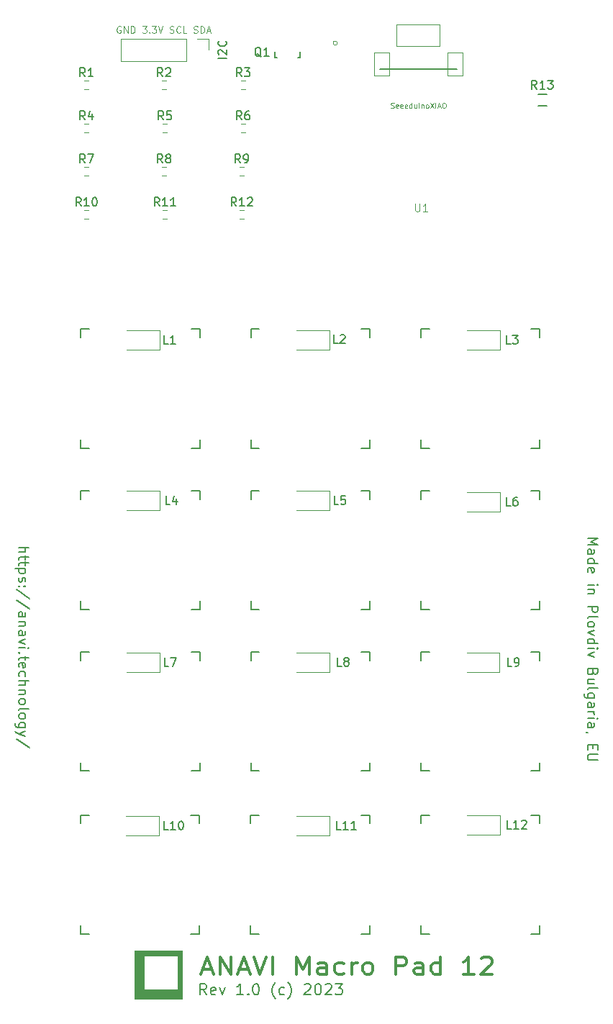
<source format=gto>
G04 #@! TF.GenerationSoftware,KiCad,Pcbnew,(6.0.7)*
G04 #@! TF.CreationDate,2023-07-18T19:21:52+02:00*
G04 #@! TF.ProjectId,anavi-macro-pad-12,616e6176-692d-46d6-9163-726f2d706164,1.0*
G04 #@! TF.SameCoordinates,Original*
G04 #@! TF.FileFunction,Legend,Top*
G04 #@! TF.FilePolarity,Positive*
%FSLAX46Y46*%
G04 Gerber Fmt 4.6, Leading zero omitted, Abs format (unit mm)*
G04 Created by KiCad (PCBNEW (6.0.7)) date 2023-07-18 19:21:52*
%MOMM*%
%LPD*%
G01*
G04 APERTURE LIST*
%ADD10C,0.150000*%
%ADD11C,0.300000*%
%ADD12C,0.100000*%
%ADD13C,0.101600*%
%ADD14C,0.076200*%
%ADD15C,0.120000*%
%ADD16C,0.127000*%
%ADD17C,0.066040*%
%ADD18C,0.010000*%
G04 APERTURE END LIST*
D10*
X117567142Y-87628457D02*
X118767142Y-87628457D01*
X117910000Y-88028457D01*
X118767142Y-88428457D01*
X117567142Y-88428457D01*
X117567142Y-89514171D02*
X118195714Y-89514171D01*
X118310000Y-89457028D01*
X118367142Y-89342742D01*
X118367142Y-89114171D01*
X118310000Y-88999885D01*
X117624285Y-89514171D02*
X117567142Y-89399885D01*
X117567142Y-89114171D01*
X117624285Y-88999885D01*
X117738571Y-88942742D01*
X117852857Y-88942742D01*
X117967142Y-88999885D01*
X118024285Y-89114171D01*
X118024285Y-89399885D01*
X118081428Y-89514171D01*
X117567142Y-90599885D02*
X118767142Y-90599885D01*
X117624285Y-90599885D02*
X117567142Y-90485600D01*
X117567142Y-90257028D01*
X117624285Y-90142742D01*
X117681428Y-90085600D01*
X117795714Y-90028457D01*
X118138571Y-90028457D01*
X118252857Y-90085600D01*
X118310000Y-90142742D01*
X118367142Y-90257028D01*
X118367142Y-90485600D01*
X118310000Y-90599885D01*
X117624285Y-91628457D02*
X117567142Y-91514171D01*
X117567142Y-91285600D01*
X117624285Y-91171314D01*
X117738571Y-91114171D01*
X118195714Y-91114171D01*
X118310000Y-91171314D01*
X118367142Y-91285600D01*
X118367142Y-91514171D01*
X118310000Y-91628457D01*
X118195714Y-91685600D01*
X118081428Y-91685600D01*
X117967142Y-91114171D01*
X117567142Y-93114171D02*
X118367142Y-93114171D01*
X118767142Y-93114171D02*
X118710000Y-93057028D01*
X118652857Y-93114171D01*
X118710000Y-93171314D01*
X118767142Y-93114171D01*
X118652857Y-93114171D01*
X118367142Y-93685600D02*
X117567142Y-93685600D01*
X118252857Y-93685600D02*
X118310000Y-93742742D01*
X118367142Y-93857028D01*
X118367142Y-94028457D01*
X118310000Y-94142742D01*
X118195714Y-94199885D01*
X117567142Y-94199885D01*
X117567142Y-95685600D02*
X118767142Y-95685600D01*
X118767142Y-96142742D01*
X118710000Y-96257028D01*
X118652857Y-96314171D01*
X118538571Y-96371314D01*
X118367142Y-96371314D01*
X118252857Y-96314171D01*
X118195714Y-96257028D01*
X118138571Y-96142742D01*
X118138571Y-95685600D01*
X117567142Y-97057028D02*
X117624285Y-96942742D01*
X117738571Y-96885600D01*
X118767142Y-96885600D01*
X117567142Y-97685600D02*
X117624285Y-97571314D01*
X117681428Y-97514171D01*
X117795714Y-97457028D01*
X118138571Y-97457028D01*
X118252857Y-97514171D01*
X118310000Y-97571314D01*
X118367142Y-97685600D01*
X118367142Y-97857028D01*
X118310000Y-97971314D01*
X118252857Y-98028457D01*
X118138571Y-98085600D01*
X117795714Y-98085600D01*
X117681428Y-98028457D01*
X117624285Y-97971314D01*
X117567142Y-97857028D01*
X117567142Y-97685600D01*
X118367142Y-98485600D02*
X117567142Y-98771314D01*
X118367142Y-99057028D01*
X117567142Y-100028457D02*
X118767142Y-100028457D01*
X117624285Y-100028457D02*
X117567142Y-99914171D01*
X117567142Y-99685600D01*
X117624285Y-99571314D01*
X117681428Y-99514171D01*
X117795714Y-99457028D01*
X118138571Y-99457028D01*
X118252857Y-99514171D01*
X118310000Y-99571314D01*
X118367142Y-99685600D01*
X118367142Y-99914171D01*
X118310000Y-100028457D01*
X117567142Y-100599885D02*
X118367142Y-100599885D01*
X118767142Y-100599885D02*
X118710000Y-100542742D01*
X118652857Y-100599885D01*
X118710000Y-100657028D01*
X118767142Y-100599885D01*
X118652857Y-100599885D01*
X118367142Y-101057028D02*
X117567142Y-101342742D01*
X118367142Y-101628457D01*
X118195714Y-103399885D02*
X118138571Y-103571314D01*
X118081428Y-103628457D01*
X117967142Y-103685600D01*
X117795714Y-103685600D01*
X117681428Y-103628457D01*
X117624285Y-103571314D01*
X117567142Y-103457028D01*
X117567142Y-102999885D01*
X118767142Y-102999885D01*
X118767142Y-103399885D01*
X118710000Y-103514171D01*
X118652857Y-103571314D01*
X118538571Y-103628457D01*
X118424285Y-103628457D01*
X118310000Y-103571314D01*
X118252857Y-103514171D01*
X118195714Y-103399885D01*
X118195714Y-102999885D01*
X118367142Y-104714171D02*
X117567142Y-104714171D01*
X118367142Y-104199885D02*
X117738571Y-104199885D01*
X117624285Y-104257028D01*
X117567142Y-104371314D01*
X117567142Y-104542742D01*
X117624285Y-104657028D01*
X117681428Y-104714171D01*
X117567142Y-105457028D02*
X117624285Y-105342742D01*
X117738571Y-105285600D01*
X118767142Y-105285600D01*
X118367142Y-106428457D02*
X117395714Y-106428457D01*
X117281428Y-106371314D01*
X117224285Y-106314171D01*
X117167142Y-106199885D01*
X117167142Y-106028457D01*
X117224285Y-105914171D01*
X117624285Y-106428457D02*
X117567142Y-106314171D01*
X117567142Y-106085600D01*
X117624285Y-105971314D01*
X117681428Y-105914171D01*
X117795714Y-105857028D01*
X118138571Y-105857028D01*
X118252857Y-105914171D01*
X118310000Y-105971314D01*
X118367142Y-106085600D01*
X118367142Y-106314171D01*
X118310000Y-106428457D01*
X117567142Y-107514171D02*
X118195714Y-107514171D01*
X118310000Y-107457028D01*
X118367142Y-107342742D01*
X118367142Y-107114171D01*
X118310000Y-106999885D01*
X117624285Y-107514171D02*
X117567142Y-107399885D01*
X117567142Y-107114171D01*
X117624285Y-106999885D01*
X117738571Y-106942742D01*
X117852857Y-106942742D01*
X117967142Y-106999885D01*
X118024285Y-107114171D01*
X118024285Y-107399885D01*
X118081428Y-107514171D01*
X117567142Y-108085600D02*
X118367142Y-108085600D01*
X118138571Y-108085600D02*
X118252857Y-108142742D01*
X118310000Y-108199885D01*
X118367142Y-108314171D01*
X118367142Y-108428457D01*
X117567142Y-108828457D02*
X118367142Y-108828457D01*
X118767142Y-108828457D02*
X118710000Y-108771314D01*
X118652857Y-108828457D01*
X118710000Y-108885600D01*
X118767142Y-108828457D01*
X118652857Y-108828457D01*
X117567142Y-109914171D02*
X118195714Y-109914171D01*
X118310000Y-109857028D01*
X118367142Y-109742742D01*
X118367142Y-109514171D01*
X118310000Y-109399885D01*
X117624285Y-109914171D02*
X117567142Y-109799885D01*
X117567142Y-109514171D01*
X117624285Y-109399885D01*
X117738571Y-109342742D01*
X117852857Y-109342742D01*
X117967142Y-109399885D01*
X118024285Y-109514171D01*
X118024285Y-109799885D01*
X118081428Y-109914171D01*
X117624285Y-110542742D02*
X117567142Y-110542742D01*
X117452857Y-110485600D01*
X117395714Y-110428457D01*
X118195714Y-111971314D02*
X118195714Y-112371314D01*
X117567142Y-112542742D02*
X117567142Y-111971314D01*
X118767142Y-111971314D01*
X118767142Y-112542742D01*
X118767142Y-113057028D02*
X117795714Y-113057028D01*
X117681428Y-113114171D01*
X117624285Y-113171314D01*
X117567142Y-113285600D01*
X117567142Y-113514171D01*
X117624285Y-113628457D01*
X117681428Y-113685600D01*
X117795714Y-113742742D01*
X118767142Y-113742742D01*
X72722666Y-141354895D02*
X72289333Y-140735847D01*
X71979809Y-141354895D02*
X71979809Y-140054895D01*
X72475047Y-140054895D01*
X72598857Y-140116800D01*
X72660761Y-140178704D01*
X72722666Y-140302514D01*
X72722666Y-140488228D01*
X72660761Y-140612038D01*
X72598857Y-140673942D01*
X72475047Y-140735847D01*
X71979809Y-140735847D01*
X73775047Y-141292990D02*
X73651238Y-141354895D01*
X73403619Y-141354895D01*
X73279809Y-141292990D01*
X73217904Y-141169180D01*
X73217904Y-140673942D01*
X73279809Y-140550133D01*
X73403619Y-140488228D01*
X73651238Y-140488228D01*
X73775047Y-140550133D01*
X73836952Y-140673942D01*
X73836952Y-140797752D01*
X73217904Y-140921561D01*
X74270285Y-140488228D02*
X74579809Y-141354895D01*
X74889333Y-140488228D01*
X77056000Y-141354895D02*
X76313142Y-141354895D01*
X76684571Y-141354895D02*
X76684571Y-140054895D01*
X76560761Y-140240609D01*
X76436952Y-140364419D01*
X76313142Y-140426323D01*
X77613142Y-141231085D02*
X77675047Y-141292990D01*
X77613142Y-141354895D01*
X77551238Y-141292990D01*
X77613142Y-141231085D01*
X77613142Y-141354895D01*
X78479809Y-140054895D02*
X78603619Y-140054895D01*
X78727428Y-140116800D01*
X78789333Y-140178704D01*
X78851238Y-140302514D01*
X78913142Y-140550133D01*
X78913142Y-140859657D01*
X78851238Y-141107276D01*
X78789333Y-141231085D01*
X78727428Y-141292990D01*
X78603619Y-141354895D01*
X78479809Y-141354895D01*
X78356000Y-141292990D01*
X78294095Y-141231085D01*
X78232190Y-141107276D01*
X78170285Y-140859657D01*
X78170285Y-140550133D01*
X78232190Y-140302514D01*
X78294095Y-140178704D01*
X78356000Y-140116800D01*
X78479809Y-140054895D01*
X80832190Y-141850133D02*
X80770285Y-141788228D01*
X80646476Y-141602514D01*
X80584571Y-141478704D01*
X80522666Y-141292990D01*
X80460761Y-140983466D01*
X80460761Y-140735847D01*
X80522666Y-140426323D01*
X80584571Y-140240609D01*
X80646476Y-140116800D01*
X80770285Y-139931085D01*
X80832190Y-139869180D01*
X81884571Y-141292990D02*
X81760761Y-141354895D01*
X81513142Y-141354895D01*
X81389333Y-141292990D01*
X81327428Y-141231085D01*
X81265523Y-141107276D01*
X81265523Y-140735847D01*
X81327428Y-140612038D01*
X81389333Y-140550133D01*
X81513142Y-140488228D01*
X81760761Y-140488228D01*
X81884571Y-140550133D01*
X82317904Y-141850133D02*
X82379809Y-141788228D01*
X82503619Y-141602514D01*
X82565523Y-141478704D01*
X82627428Y-141292990D01*
X82689333Y-140983466D01*
X82689333Y-140735847D01*
X82627428Y-140426323D01*
X82565523Y-140240609D01*
X82503619Y-140116800D01*
X82379809Y-139931085D01*
X82317904Y-139869180D01*
X84236952Y-140178704D02*
X84298857Y-140116800D01*
X84422666Y-140054895D01*
X84732190Y-140054895D01*
X84856000Y-140116800D01*
X84917904Y-140178704D01*
X84979809Y-140302514D01*
X84979809Y-140426323D01*
X84917904Y-140612038D01*
X84175047Y-141354895D01*
X84979809Y-141354895D01*
X85784571Y-140054895D02*
X85908380Y-140054895D01*
X86032190Y-140116800D01*
X86094095Y-140178704D01*
X86156000Y-140302514D01*
X86217904Y-140550133D01*
X86217904Y-140859657D01*
X86156000Y-141107276D01*
X86094095Y-141231085D01*
X86032190Y-141292990D01*
X85908380Y-141354895D01*
X85784571Y-141354895D01*
X85660761Y-141292990D01*
X85598857Y-141231085D01*
X85536952Y-141107276D01*
X85475047Y-140859657D01*
X85475047Y-140550133D01*
X85536952Y-140302514D01*
X85598857Y-140178704D01*
X85660761Y-140116800D01*
X85784571Y-140054895D01*
X86713142Y-140178704D02*
X86775047Y-140116800D01*
X86898857Y-140054895D01*
X87208380Y-140054895D01*
X87332190Y-140116800D01*
X87394095Y-140178704D01*
X87456000Y-140302514D01*
X87456000Y-140426323D01*
X87394095Y-140612038D01*
X86651238Y-141354895D01*
X87456000Y-141354895D01*
X87889333Y-140054895D02*
X88694095Y-140054895D01*
X88260761Y-140550133D01*
X88446476Y-140550133D01*
X88570285Y-140612038D01*
X88632190Y-140673942D01*
X88694095Y-140797752D01*
X88694095Y-141107276D01*
X88632190Y-141231085D01*
X88570285Y-141292990D01*
X88446476Y-141354895D01*
X88075047Y-141354895D01*
X87951238Y-141292990D01*
X87889333Y-141231085D01*
D11*
X72270285Y-138350133D02*
X73341714Y-138350133D01*
X72056000Y-138921561D02*
X72806000Y-136921561D01*
X73556000Y-138921561D01*
X74306000Y-138921561D02*
X74306000Y-136921561D01*
X75591714Y-138921561D01*
X75591714Y-136921561D01*
X76556000Y-138350133D02*
X77627428Y-138350133D01*
X76341714Y-138921561D02*
X77091714Y-136921561D01*
X77841714Y-138921561D01*
X78270285Y-136921561D02*
X79020285Y-138921561D01*
X79770285Y-136921561D01*
X80520285Y-138921561D02*
X80520285Y-136921561D01*
X83306000Y-138921561D02*
X83306000Y-136921561D01*
X84056000Y-138350133D01*
X84806000Y-136921561D01*
X84806000Y-138921561D01*
X86841714Y-138921561D02*
X86841714Y-137873942D01*
X86734571Y-137683466D01*
X86520285Y-137588228D01*
X86091714Y-137588228D01*
X85877428Y-137683466D01*
X86841714Y-138826323D02*
X86627428Y-138921561D01*
X86091714Y-138921561D01*
X85877428Y-138826323D01*
X85770285Y-138635847D01*
X85770285Y-138445371D01*
X85877428Y-138254895D01*
X86091714Y-138159657D01*
X86627428Y-138159657D01*
X86841714Y-138064419D01*
X88877428Y-138826323D02*
X88663142Y-138921561D01*
X88234571Y-138921561D01*
X88020285Y-138826323D01*
X87913142Y-138731085D01*
X87806000Y-138540609D01*
X87806000Y-137969180D01*
X87913142Y-137778704D01*
X88020285Y-137683466D01*
X88234571Y-137588228D01*
X88663142Y-137588228D01*
X88877428Y-137683466D01*
X89841714Y-138921561D02*
X89841714Y-137588228D01*
X89841714Y-137969180D02*
X89948857Y-137778704D01*
X90056000Y-137683466D01*
X90270285Y-137588228D01*
X90484571Y-137588228D01*
X91556000Y-138921561D02*
X91341714Y-138826323D01*
X91234571Y-138731085D01*
X91127428Y-138540609D01*
X91127428Y-137969180D01*
X91234571Y-137778704D01*
X91341714Y-137683466D01*
X91556000Y-137588228D01*
X91877428Y-137588228D01*
X92091714Y-137683466D01*
X92198857Y-137778704D01*
X92306000Y-137969180D01*
X92306000Y-138540609D01*
X92198857Y-138731085D01*
X92091714Y-138826323D01*
X91877428Y-138921561D01*
X91556000Y-138921561D01*
X94984571Y-138921561D02*
X94984571Y-136921561D01*
X95841714Y-136921561D01*
X96056000Y-137016800D01*
X96163142Y-137112038D01*
X96270285Y-137302514D01*
X96270285Y-137588228D01*
X96163142Y-137778704D01*
X96056000Y-137873942D01*
X95841714Y-137969180D01*
X94984571Y-137969180D01*
X98198857Y-138921561D02*
X98198857Y-137873942D01*
X98091714Y-137683466D01*
X97877428Y-137588228D01*
X97448857Y-137588228D01*
X97234571Y-137683466D01*
X98198857Y-138826323D02*
X97984571Y-138921561D01*
X97448857Y-138921561D01*
X97234571Y-138826323D01*
X97127428Y-138635847D01*
X97127428Y-138445371D01*
X97234571Y-138254895D01*
X97448857Y-138159657D01*
X97984571Y-138159657D01*
X98198857Y-138064419D01*
X100234571Y-138921561D02*
X100234571Y-136921561D01*
X100234571Y-138826323D02*
X100020285Y-138921561D01*
X99591714Y-138921561D01*
X99377428Y-138826323D01*
X99270285Y-138731085D01*
X99163142Y-138540609D01*
X99163142Y-137969180D01*
X99270285Y-137778704D01*
X99377428Y-137683466D01*
X99591714Y-137588228D01*
X100020285Y-137588228D01*
X100234571Y-137683466D01*
X104198857Y-138921561D02*
X102913142Y-138921561D01*
X103556000Y-138921561D02*
X103556000Y-136921561D01*
X103341714Y-137207276D01*
X103127428Y-137397752D01*
X102913142Y-137492990D01*
X105056000Y-137112038D02*
X105163142Y-137016800D01*
X105377428Y-136921561D01*
X105913142Y-136921561D01*
X106127428Y-137016800D01*
X106234571Y-137112038D01*
X106341714Y-137302514D01*
X106341714Y-137492990D01*
X106234571Y-137778704D01*
X104948857Y-138921561D01*
X106341714Y-138921561D01*
D10*
X50612742Y-88774457D02*
X51812742Y-88774457D01*
X50612742Y-89288742D02*
X51241314Y-89288742D01*
X51355600Y-89231600D01*
X51412742Y-89117314D01*
X51412742Y-88945885D01*
X51355600Y-88831600D01*
X51298457Y-88774457D01*
X51412742Y-89688742D02*
X51412742Y-90145885D01*
X51812742Y-89860171D02*
X50784171Y-89860171D01*
X50669885Y-89917314D01*
X50612742Y-90031600D01*
X50612742Y-90145885D01*
X51412742Y-90374457D02*
X51412742Y-90831600D01*
X51812742Y-90545885D02*
X50784171Y-90545885D01*
X50669885Y-90603028D01*
X50612742Y-90717314D01*
X50612742Y-90831600D01*
X51412742Y-91231600D02*
X50212742Y-91231600D01*
X51355600Y-91231600D02*
X51412742Y-91345885D01*
X51412742Y-91574457D01*
X51355600Y-91688742D01*
X51298457Y-91745885D01*
X51184171Y-91803028D01*
X50841314Y-91803028D01*
X50727028Y-91745885D01*
X50669885Y-91688742D01*
X50612742Y-91574457D01*
X50612742Y-91345885D01*
X50669885Y-91231600D01*
X50669885Y-92260171D02*
X50612742Y-92374457D01*
X50612742Y-92603028D01*
X50669885Y-92717314D01*
X50784171Y-92774457D01*
X50841314Y-92774457D01*
X50955600Y-92717314D01*
X51012742Y-92603028D01*
X51012742Y-92431600D01*
X51069885Y-92317314D01*
X51184171Y-92260171D01*
X51241314Y-92260171D01*
X51355600Y-92317314D01*
X51412742Y-92431600D01*
X51412742Y-92603028D01*
X51355600Y-92717314D01*
X50727028Y-93288742D02*
X50669885Y-93345885D01*
X50612742Y-93288742D01*
X50669885Y-93231600D01*
X50727028Y-93288742D01*
X50612742Y-93288742D01*
X51355600Y-93288742D02*
X51298457Y-93345885D01*
X51241314Y-93288742D01*
X51298457Y-93231600D01*
X51355600Y-93288742D01*
X51241314Y-93288742D01*
X51869885Y-94717314D02*
X50327028Y-93688742D01*
X51869885Y-95974457D02*
X50327028Y-94945885D01*
X50612742Y-96888742D02*
X51241314Y-96888742D01*
X51355600Y-96831600D01*
X51412742Y-96717314D01*
X51412742Y-96488742D01*
X51355600Y-96374457D01*
X50669885Y-96888742D02*
X50612742Y-96774457D01*
X50612742Y-96488742D01*
X50669885Y-96374457D01*
X50784171Y-96317314D01*
X50898457Y-96317314D01*
X51012742Y-96374457D01*
X51069885Y-96488742D01*
X51069885Y-96774457D01*
X51127028Y-96888742D01*
X51412742Y-97460171D02*
X50612742Y-97460171D01*
X51298457Y-97460171D02*
X51355600Y-97517314D01*
X51412742Y-97631600D01*
X51412742Y-97803028D01*
X51355600Y-97917314D01*
X51241314Y-97974457D01*
X50612742Y-97974457D01*
X50612742Y-99060171D02*
X51241314Y-99060171D01*
X51355600Y-99003028D01*
X51412742Y-98888742D01*
X51412742Y-98660171D01*
X51355600Y-98545885D01*
X50669885Y-99060171D02*
X50612742Y-98945885D01*
X50612742Y-98660171D01*
X50669885Y-98545885D01*
X50784171Y-98488742D01*
X50898457Y-98488742D01*
X51012742Y-98545885D01*
X51069885Y-98660171D01*
X51069885Y-98945885D01*
X51127028Y-99060171D01*
X51412742Y-99517314D02*
X50612742Y-99803028D01*
X51412742Y-100088742D01*
X50612742Y-100545885D02*
X51412742Y-100545885D01*
X51812742Y-100545885D02*
X51755600Y-100488742D01*
X51698457Y-100545885D01*
X51755600Y-100603028D01*
X51812742Y-100545885D01*
X51698457Y-100545885D01*
X50727028Y-101117314D02*
X50669885Y-101174457D01*
X50612742Y-101117314D01*
X50669885Y-101060171D01*
X50727028Y-101117314D01*
X50612742Y-101117314D01*
X51412742Y-101517314D02*
X51412742Y-101974457D01*
X51812742Y-101688742D02*
X50784171Y-101688742D01*
X50669885Y-101745885D01*
X50612742Y-101860171D01*
X50612742Y-101974457D01*
X50669885Y-102831600D02*
X50612742Y-102717314D01*
X50612742Y-102488742D01*
X50669885Y-102374457D01*
X50784171Y-102317314D01*
X51241314Y-102317314D01*
X51355600Y-102374457D01*
X51412742Y-102488742D01*
X51412742Y-102717314D01*
X51355600Y-102831600D01*
X51241314Y-102888742D01*
X51127028Y-102888742D01*
X51012742Y-102317314D01*
X50669885Y-103917314D02*
X50612742Y-103803028D01*
X50612742Y-103574457D01*
X50669885Y-103460171D01*
X50727028Y-103403028D01*
X50841314Y-103345885D01*
X51184171Y-103345885D01*
X51298457Y-103403028D01*
X51355600Y-103460171D01*
X51412742Y-103574457D01*
X51412742Y-103803028D01*
X51355600Y-103917314D01*
X50612742Y-104431600D02*
X51812742Y-104431600D01*
X50612742Y-104945885D02*
X51241314Y-104945885D01*
X51355600Y-104888742D01*
X51412742Y-104774457D01*
X51412742Y-104603028D01*
X51355600Y-104488742D01*
X51298457Y-104431600D01*
X51412742Y-105517314D02*
X50612742Y-105517314D01*
X51298457Y-105517314D02*
X51355600Y-105574457D01*
X51412742Y-105688742D01*
X51412742Y-105860171D01*
X51355600Y-105974457D01*
X51241314Y-106031600D01*
X50612742Y-106031600D01*
X50612742Y-106774457D02*
X50669885Y-106660171D01*
X50727028Y-106603028D01*
X50841314Y-106545885D01*
X51184171Y-106545885D01*
X51298457Y-106603028D01*
X51355600Y-106660171D01*
X51412742Y-106774457D01*
X51412742Y-106945885D01*
X51355600Y-107060171D01*
X51298457Y-107117314D01*
X51184171Y-107174457D01*
X50841314Y-107174457D01*
X50727028Y-107117314D01*
X50669885Y-107060171D01*
X50612742Y-106945885D01*
X50612742Y-106774457D01*
X50612742Y-107860171D02*
X50669885Y-107745885D01*
X50784171Y-107688742D01*
X51812742Y-107688742D01*
X50612742Y-108488742D02*
X50669885Y-108374457D01*
X50727028Y-108317314D01*
X50841314Y-108260171D01*
X51184171Y-108260171D01*
X51298457Y-108317314D01*
X51355600Y-108374457D01*
X51412742Y-108488742D01*
X51412742Y-108660171D01*
X51355600Y-108774457D01*
X51298457Y-108831600D01*
X51184171Y-108888742D01*
X50841314Y-108888742D01*
X50727028Y-108831600D01*
X50669885Y-108774457D01*
X50612742Y-108660171D01*
X50612742Y-108488742D01*
X51412742Y-109917314D02*
X50441314Y-109917314D01*
X50327028Y-109860171D01*
X50269885Y-109803028D01*
X50212742Y-109688742D01*
X50212742Y-109517314D01*
X50269885Y-109403028D01*
X50669885Y-109917314D02*
X50612742Y-109803028D01*
X50612742Y-109574457D01*
X50669885Y-109460171D01*
X50727028Y-109403028D01*
X50841314Y-109345885D01*
X51184171Y-109345885D01*
X51298457Y-109403028D01*
X51355600Y-109460171D01*
X51412742Y-109574457D01*
X51412742Y-109803028D01*
X51355600Y-109917314D01*
X51412742Y-110374457D02*
X50612742Y-110660171D01*
X51412742Y-110945885D02*
X50612742Y-110660171D01*
X50327028Y-110545885D01*
X50269885Y-110488742D01*
X50212742Y-110374457D01*
X51869885Y-112260171D02*
X50327028Y-111231600D01*
D12*
X62617980Y-27438400D02*
X62541790Y-27400304D01*
X62427504Y-27400304D01*
X62313219Y-27438400D01*
X62237028Y-27514590D01*
X62198933Y-27590780D01*
X62160838Y-27743161D01*
X62160838Y-27857447D01*
X62198933Y-28009828D01*
X62237028Y-28086019D01*
X62313219Y-28162209D01*
X62427504Y-28200304D01*
X62503695Y-28200304D01*
X62617980Y-28162209D01*
X62656076Y-28124114D01*
X62656076Y-27857447D01*
X62503695Y-27857447D01*
X62998933Y-28200304D02*
X62998933Y-27400304D01*
X63456076Y-28200304D01*
X63456076Y-27400304D01*
X63837028Y-28200304D02*
X63837028Y-27400304D01*
X64027504Y-27400304D01*
X64141790Y-27438400D01*
X64217980Y-27514590D01*
X64256076Y-27590780D01*
X64294171Y-27743161D01*
X64294171Y-27857447D01*
X64256076Y-28009828D01*
X64217980Y-28086019D01*
X64141790Y-28162209D01*
X64027504Y-28200304D01*
X63837028Y-28200304D01*
X65170361Y-27400304D02*
X65665600Y-27400304D01*
X65398933Y-27705066D01*
X65513219Y-27705066D01*
X65589409Y-27743161D01*
X65627504Y-27781257D01*
X65665600Y-27857447D01*
X65665600Y-28047923D01*
X65627504Y-28124114D01*
X65589409Y-28162209D01*
X65513219Y-28200304D01*
X65284647Y-28200304D01*
X65208457Y-28162209D01*
X65170361Y-28124114D01*
X66008457Y-28124114D02*
X66046552Y-28162209D01*
X66008457Y-28200304D01*
X65970361Y-28162209D01*
X66008457Y-28124114D01*
X66008457Y-28200304D01*
X66313219Y-27400304D02*
X66808457Y-27400304D01*
X66541790Y-27705066D01*
X66656076Y-27705066D01*
X66732266Y-27743161D01*
X66770361Y-27781257D01*
X66808457Y-27857447D01*
X66808457Y-28047923D01*
X66770361Y-28124114D01*
X66732266Y-28162209D01*
X66656076Y-28200304D01*
X66427504Y-28200304D01*
X66351314Y-28162209D01*
X66313219Y-28124114D01*
X67037028Y-27400304D02*
X67303695Y-28200304D01*
X67570361Y-27400304D01*
X68408457Y-28162209D02*
X68522742Y-28200304D01*
X68713219Y-28200304D01*
X68789409Y-28162209D01*
X68827504Y-28124114D01*
X68865600Y-28047923D01*
X68865600Y-27971733D01*
X68827504Y-27895542D01*
X68789409Y-27857447D01*
X68713219Y-27819352D01*
X68560838Y-27781257D01*
X68484647Y-27743161D01*
X68446552Y-27705066D01*
X68408457Y-27628876D01*
X68408457Y-27552685D01*
X68446552Y-27476495D01*
X68484647Y-27438400D01*
X68560838Y-27400304D01*
X68751314Y-27400304D01*
X68865600Y-27438400D01*
X69665600Y-28124114D02*
X69627504Y-28162209D01*
X69513219Y-28200304D01*
X69437028Y-28200304D01*
X69322742Y-28162209D01*
X69246552Y-28086019D01*
X69208457Y-28009828D01*
X69170361Y-27857447D01*
X69170361Y-27743161D01*
X69208457Y-27590780D01*
X69246552Y-27514590D01*
X69322742Y-27438400D01*
X69437028Y-27400304D01*
X69513219Y-27400304D01*
X69627504Y-27438400D01*
X69665600Y-27476495D01*
X70389409Y-28200304D02*
X70008457Y-28200304D01*
X70008457Y-27400304D01*
X71227504Y-28162209D02*
X71341790Y-28200304D01*
X71532266Y-28200304D01*
X71608457Y-28162209D01*
X71646552Y-28124114D01*
X71684647Y-28047923D01*
X71684647Y-27971733D01*
X71646552Y-27895542D01*
X71608457Y-27857447D01*
X71532266Y-27819352D01*
X71379885Y-27781257D01*
X71303695Y-27743161D01*
X71265600Y-27705066D01*
X71227504Y-27628876D01*
X71227504Y-27552685D01*
X71265600Y-27476495D01*
X71303695Y-27438400D01*
X71379885Y-27400304D01*
X71570361Y-27400304D01*
X71684647Y-27438400D01*
X72027504Y-28200304D02*
X72027504Y-27400304D01*
X72217980Y-27400304D01*
X72332266Y-27438400D01*
X72408457Y-27514590D01*
X72446552Y-27590780D01*
X72484647Y-27743161D01*
X72484647Y-27857447D01*
X72446552Y-28009828D01*
X72408457Y-28086019D01*
X72332266Y-28162209D01*
X72217980Y-28200304D01*
X72027504Y-28200304D01*
X72789409Y-27971733D02*
X73170361Y-27971733D01*
X72713219Y-28200304D02*
X72979885Y-27400304D01*
X73246552Y-28200304D01*
D10*
X88174533Y-64714380D02*
X87698342Y-64714380D01*
X87698342Y-63714380D01*
X88460247Y-63809619D02*
X88507866Y-63762000D01*
X88603104Y-63714380D01*
X88841200Y-63714380D01*
X88936438Y-63762000D01*
X88984057Y-63809619D01*
X89031676Y-63904857D01*
X89031676Y-64000095D01*
X88984057Y-64142952D01*
X88412628Y-64714380D01*
X89031676Y-64714380D01*
X68413333Y-83662780D02*
X67937142Y-83662780D01*
X67937142Y-82662780D01*
X69175238Y-82996114D02*
X69175238Y-83662780D01*
X68937142Y-82615161D02*
X68699047Y-83329447D01*
X69318095Y-83329447D01*
X88225333Y-83662780D02*
X87749142Y-83662780D01*
X87749142Y-82662780D01*
X89034857Y-82662780D02*
X88558666Y-82662780D01*
X88511047Y-83138971D01*
X88558666Y-83091352D01*
X88653904Y-83043733D01*
X88892000Y-83043733D01*
X88987238Y-83091352D01*
X89034857Y-83138971D01*
X89082476Y-83234209D01*
X89082476Y-83472304D01*
X89034857Y-83567542D01*
X88987238Y-83615161D01*
X88892000Y-83662780D01*
X88653904Y-83662780D01*
X88558666Y-83615161D01*
X88511047Y-83567542D01*
X68260933Y-102712780D02*
X67784742Y-102712780D01*
X67784742Y-101712780D01*
X68499028Y-101712780D02*
X69165695Y-101712780D01*
X68737123Y-102712780D01*
X88606333Y-102687380D02*
X88130142Y-102687380D01*
X88130142Y-101687380D01*
X89082523Y-102115952D02*
X88987285Y-102068333D01*
X88939666Y-102020714D01*
X88892047Y-101925476D01*
X88892047Y-101877857D01*
X88939666Y-101782619D01*
X88987285Y-101735000D01*
X89082523Y-101687380D01*
X89273000Y-101687380D01*
X89368238Y-101735000D01*
X89415857Y-101782619D01*
X89463476Y-101877857D01*
X89463476Y-101925476D01*
X89415857Y-102020714D01*
X89368238Y-102068333D01*
X89273000Y-102115952D01*
X89082523Y-102115952D01*
X88987285Y-102163571D01*
X88939666Y-102211190D01*
X88892047Y-102306428D01*
X88892047Y-102496904D01*
X88939666Y-102592142D01*
X88987285Y-102639761D01*
X89082523Y-102687380D01*
X89273000Y-102687380D01*
X89368238Y-102639761D01*
X89415857Y-102592142D01*
X89463476Y-102496904D01*
X89463476Y-102306428D01*
X89415857Y-102211190D01*
X89368238Y-102163571D01*
X89273000Y-102115952D01*
X108646933Y-102712780D02*
X108170742Y-102712780D01*
X108170742Y-101712780D01*
X109027885Y-102712780D02*
X109218361Y-102712780D01*
X109313600Y-102665161D01*
X109361219Y-102617542D01*
X109456457Y-102474685D01*
X109504076Y-102284209D01*
X109504076Y-101903257D01*
X109456457Y-101808019D01*
X109408838Y-101760400D01*
X109313600Y-101712780D01*
X109123123Y-101712780D01*
X109027885Y-101760400D01*
X108980266Y-101808019D01*
X108932647Y-101903257D01*
X108932647Y-102141352D01*
X108980266Y-102236590D01*
X109027885Y-102284209D01*
X109123123Y-102331828D01*
X109313600Y-102331828D01*
X109408838Y-102284209D01*
X109456457Y-102236590D01*
X109504076Y-102141352D01*
X79154761Y-30998379D02*
X79059523Y-30950760D01*
X78964285Y-30855521D01*
X78821428Y-30712664D01*
X78726190Y-30665045D01*
X78630952Y-30665045D01*
X78678571Y-30903140D02*
X78583333Y-30855521D01*
X78488095Y-30760283D01*
X78440476Y-30569807D01*
X78440476Y-30236474D01*
X78488095Y-30045998D01*
X78583333Y-29950760D01*
X78678571Y-29903140D01*
X78869047Y-29903140D01*
X78964285Y-29950760D01*
X79059523Y-30045998D01*
X79107142Y-30236474D01*
X79107142Y-30569807D01*
X79059523Y-30760283D01*
X78964285Y-30855521D01*
X78869047Y-30903140D01*
X78678571Y-30903140D01*
X80059523Y-30903140D02*
X79488095Y-30903140D01*
X79773809Y-30903140D02*
X79773809Y-29903140D01*
X79678571Y-30045998D01*
X79583333Y-30141236D01*
X79488095Y-30188855D01*
X58423333Y-33312380D02*
X58090000Y-32836190D01*
X57851904Y-33312380D02*
X57851904Y-32312380D01*
X58232857Y-32312380D01*
X58328095Y-32360000D01*
X58375714Y-32407619D01*
X58423333Y-32502857D01*
X58423333Y-32645714D01*
X58375714Y-32740952D01*
X58328095Y-32788571D01*
X58232857Y-32836190D01*
X57851904Y-32836190D01*
X59375714Y-33312380D02*
X58804285Y-33312380D01*
X59090000Y-33312380D02*
X59090000Y-32312380D01*
X58994761Y-32455238D01*
X58899523Y-32550476D01*
X58804285Y-32598095D01*
X67547833Y-33312380D02*
X67214500Y-32836190D01*
X66976404Y-33312380D02*
X66976404Y-32312380D01*
X67357357Y-32312380D01*
X67452595Y-32360000D01*
X67500214Y-32407619D01*
X67547833Y-32502857D01*
X67547833Y-32645714D01*
X67500214Y-32740952D01*
X67452595Y-32788571D01*
X67357357Y-32836190D01*
X66976404Y-32836190D01*
X67928785Y-32407619D02*
X67976404Y-32360000D01*
X68071642Y-32312380D01*
X68309738Y-32312380D01*
X68404976Y-32360000D01*
X68452595Y-32407619D01*
X68500214Y-32502857D01*
X68500214Y-32598095D01*
X68452595Y-32740952D01*
X67881166Y-33312380D01*
X68500214Y-33312380D01*
X76861833Y-33312380D02*
X76528500Y-32836190D01*
X76290404Y-33312380D02*
X76290404Y-32312380D01*
X76671357Y-32312380D01*
X76766595Y-32360000D01*
X76814214Y-32407619D01*
X76861833Y-32502857D01*
X76861833Y-32645714D01*
X76814214Y-32740952D01*
X76766595Y-32788571D01*
X76671357Y-32836190D01*
X76290404Y-32836190D01*
X77195166Y-32312380D02*
X77814214Y-32312380D01*
X77480880Y-32693333D01*
X77623738Y-32693333D01*
X77718976Y-32740952D01*
X77766595Y-32788571D01*
X77814214Y-32883809D01*
X77814214Y-33121904D01*
X77766595Y-33217142D01*
X77718976Y-33264761D01*
X77623738Y-33312380D01*
X77338023Y-33312380D01*
X77242785Y-33264761D01*
X77195166Y-33217142D01*
X58423333Y-38392380D02*
X58090000Y-37916190D01*
X57851904Y-38392380D02*
X57851904Y-37392380D01*
X58232857Y-37392380D01*
X58328095Y-37440000D01*
X58375714Y-37487619D01*
X58423333Y-37582857D01*
X58423333Y-37725714D01*
X58375714Y-37820952D01*
X58328095Y-37868571D01*
X58232857Y-37916190D01*
X57851904Y-37916190D01*
X59280476Y-37725714D02*
X59280476Y-38392380D01*
X59042380Y-37344761D02*
X58804285Y-38059047D01*
X59423333Y-38059047D01*
X67651333Y-38392380D02*
X67318000Y-37916190D01*
X67079904Y-38392380D02*
X67079904Y-37392380D01*
X67460857Y-37392380D01*
X67556095Y-37440000D01*
X67603714Y-37487619D01*
X67651333Y-37582857D01*
X67651333Y-37725714D01*
X67603714Y-37820952D01*
X67556095Y-37868571D01*
X67460857Y-37916190D01*
X67079904Y-37916190D01*
X68556095Y-37392380D02*
X68079904Y-37392380D01*
X68032285Y-37868571D01*
X68079904Y-37820952D01*
X68175142Y-37773333D01*
X68413238Y-37773333D01*
X68508476Y-37820952D01*
X68556095Y-37868571D01*
X68603714Y-37963809D01*
X68603714Y-38201904D01*
X68556095Y-38297142D01*
X68508476Y-38344761D01*
X68413238Y-38392380D01*
X68175142Y-38392380D01*
X68079904Y-38344761D01*
X68032285Y-38297142D01*
X76861833Y-38392380D02*
X76528500Y-37916190D01*
X76290404Y-38392380D02*
X76290404Y-37392380D01*
X76671357Y-37392380D01*
X76766595Y-37440000D01*
X76814214Y-37487619D01*
X76861833Y-37582857D01*
X76861833Y-37725714D01*
X76814214Y-37820952D01*
X76766595Y-37868571D01*
X76671357Y-37916190D01*
X76290404Y-37916190D01*
X77718976Y-37392380D02*
X77528500Y-37392380D01*
X77433261Y-37440000D01*
X77385642Y-37487619D01*
X77290404Y-37630476D01*
X77242785Y-37820952D01*
X77242785Y-38201904D01*
X77290404Y-38297142D01*
X77338023Y-38344761D01*
X77433261Y-38392380D01*
X77623738Y-38392380D01*
X77718976Y-38344761D01*
X77766595Y-38297142D01*
X77814214Y-38201904D01*
X77814214Y-37963809D01*
X77766595Y-37868571D01*
X77718976Y-37820952D01*
X77623738Y-37773333D01*
X77433261Y-37773333D01*
X77338023Y-37820952D01*
X77290404Y-37868571D01*
X77242785Y-37963809D01*
X58423333Y-43472380D02*
X58090000Y-42996190D01*
X57851904Y-43472380D02*
X57851904Y-42472380D01*
X58232857Y-42472380D01*
X58328095Y-42520000D01*
X58375714Y-42567619D01*
X58423333Y-42662857D01*
X58423333Y-42805714D01*
X58375714Y-42900952D01*
X58328095Y-42948571D01*
X58232857Y-42996190D01*
X57851904Y-42996190D01*
X58756666Y-42472380D02*
X59423333Y-42472380D01*
X58994761Y-43472380D01*
X67547833Y-43472380D02*
X67214500Y-42996190D01*
X66976404Y-43472380D02*
X66976404Y-42472380D01*
X67357357Y-42472380D01*
X67452595Y-42520000D01*
X67500214Y-42567619D01*
X67547833Y-42662857D01*
X67547833Y-42805714D01*
X67500214Y-42900952D01*
X67452595Y-42948571D01*
X67357357Y-42996190D01*
X66976404Y-42996190D01*
X68119261Y-42900952D02*
X68024023Y-42853333D01*
X67976404Y-42805714D01*
X67928785Y-42710476D01*
X67928785Y-42662857D01*
X67976404Y-42567619D01*
X68024023Y-42520000D01*
X68119261Y-42472380D01*
X68309738Y-42472380D01*
X68404976Y-42520000D01*
X68452595Y-42567619D01*
X68500214Y-42662857D01*
X68500214Y-42710476D01*
X68452595Y-42805714D01*
X68404976Y-42853333D01*
X68309738Y-42900952D01*
X68119261Y-42900952D01*
X68024023Y-42948571D01*
X67976404Y-42996190D01*
X67928785Y-43091428D01*
X67928785Y-43281904D01*
X67976404Y-43377142D01*
X68024023Y-43424761D01*
X68119261Y-43472380D01*
X68309738Y-43472380D01*
X68404976Y-43424761D01*
X68452595Y-43377142D01*
X68500214Y-43281904D01*
X68500214Y-43091428D01*
X68452595Y-42996190D01*
X68404976Y-42948571D01*
X68309738Y-42900952D01*
X76691833Y-43472380D02*
X76358500Y-42996190D01*
X76120404Y-43472380D02*
X76120404Y-42472380D01*
X76501357Y-42472380D01*
X76596595Y-42520000D01*
X76644214Y-42567619D01*
X76691833Y-42662857D01*
X76691833Y-42805714D01*
X76644214Y-42900952D01*
X76596595Y-42948571D01*
X76501357Y-42996190D01*
X76120404Y-42996190D01*
X77168023Y-43472380D02*
X77358500Y-43472380D01*
X77453738Y-43424761D01*
X77501357Y-43377142D01*
X77596595Y-43234285D01*
X77644214Y-43043809D01*
X77644214Y-42662857D01*
X77596595Y-42567619D01*
X77548976Y-42520000D01*
X77453738Y-42472380D01*
X77263261Y-42472380D01*
X77168023Y-42520000D01*
X77120404Y-42567619D01*
X77072785Y-42662857D01*
X77072785Y-42900952D01*
X77120404Y-42996190D01*
X77168023Y-43043809D01*
X77263261Y-43091428D01*
X77453738Y-43091428D01*
X77548976Y-43043809D01*
X77596595Y-42996190D01*
X77644214Y-42900952D01*
X111582142Y-34777380D02*
X111248809Y-34301190D01*
X111010714Y-34777380D02*
X111010714Y-33777380D01*
X111391666Y-33777380D01*
X111486904Y-33825000D01*
X111534523Y-33872619D01*
X111582142Y-33967857D01*
X111582142Y-34110714D01*
X111534523Y-34205952D01*
X111486904Y-34253571D01*
X111391666Y-34301190D01*
X111010714Y-34301190D01*
X112534523Y-34777380D02*
X111963095Y-34777380D01*
X112248809Y-34777380D02*
X112248809Y-33777380D01*
X112153571Y-33920238D01*
X112058333Y-34015476D01*
X111963095Y-34063095D01*
X112867857Y-33777380D02*
X113486904Y-33777380D01*
X113153571Y-34158333D01*
X113296428Y-34158333D01*
X113391666Y-34205952D01*
X113439285Y-34253571D01*
X113486904Y-34348809D01*
X113486904Y-34586904D01*
X113439285Y-34682142D01*
X113391666Y-34729761D01*
X113296428Y-34777380D01*
X113010714Y-34777380D01*
X112915476Y-34729761D01*
X112867857Y-34682142D01*
D13*
X97290756Y-48281166D02*
X97290756Y-49000833D01*
X97333090Y-49085500D01*
X97375423Y-49127833D01*
X97460090Y-49170166D01*
X97629423Y-49170166D01*
X97714090Y-49127833D01*
X97756423Y-49085500D01*
X97798756Y-49000833D01*
X97798756Y-48281166D01*
X98687756Y-49170166D02*
X98179756Y-49170166D01*
X98433756Y-49170166D02*
X98433756Y-48281166D01*
X98349090Y-48408166D01*
X98264423Y-48492833D01*
X98179756Y-48535166D01*
D14*
X94428418Y-36995052D02*
X94515504Y-37024081D01*
X94660647Y-37024081D01*
X94718704Y-36995052D01*
X94747732Y-36966024D01*
X94776761Y-36907967D01*
X94776761Y-36849910D01*
X94747732Y-36791852D01*
X94718704Y-36762824D01*
X94660647Y-36733795D01*
X94544532Y-36704767D01*
X94486475Y-36675738D01*
X94457447Y-36646710D01*
X94428418Y-36588652D01*
X94428418Y-36530595D01*
X94457447Y-36472538D01*
X94486475Y-36443510D01*
X94544532Y-36414481D01*
X94689675Y-36414481D01*
X94776761Y-36443510D01*
X95270247Y-36995052D02*
X95212190Y-37024081D01*
X95096075Y-37024081D01*
X95038018Y-36995052D01*
X95008990Y-36936995D01*
X95008990Y-36704767D01*
X95038018Y-36646710D01*
X95096075Y-36617681D01*
X95212190Y-36617681D01*
X95270247Y-36646710D01*
X95299275Y-36704767D01*
X95299275Y-36762824D01*
X95008990Y-36820881D01*
X95792761Y-36995052D02*
X95734704Y-37024081D01*
X95618590Y-37024081D01*
X95560532Y-36995052D01*
X95531504Y-36936995D01*
X95531504Y-36704767D01*
X95560532Y-36646710D01*
X95618590Y-36617681D01*
X95734704Y-36617681D01*
X95792761Y-36646710D01*
X95821790Y-36704767D01*
X95821790Y-36762824D01*
X95531504Y-36820881D01*
X96315275Y-36995052D02*
X96257218Y-37024081D01*
X96141104Y-37024081D01*
X96083047Y-36995052D01*
X96054018Y-36936995D01*
X96054018Y-36704767D01*
X96083047Y-36646710D01*
X96141104Y-36617681D01*
X96257218Y-36617681D01*
X96315275Y-36646710D01*
X96344304Y-36704767D01*
X96344304Y-36762824D01*
X96054018Y-36820881D01*
X96866818Y-37024081D02*
X96866818Y-36414481D01*
X96866818Y-36995052D02*
X96808761Y-37024081D01*
X96692647Y-37024081D01*
X96634590Y-36995052D01*
X96605561Y-36966024D01*
X96576532Y-36907967D01*
X96576532Y-36733795D01*
X96605561Y-36675738D01*
X96634590Y-36646710D01*
X96692647Y-36617681D01*
X96808761Y-36617681D01*
X96866818Y-36646710D01*
X97418361Y-36617681D02*
X97418361Y-37024081D01*
X97157104Y-36617681D02*
X97157104Y-36936995D01*
X97186132Y-36995052D01*
X97244190Y-37024081D01*
X97331275Y-37024081D01*
X97389332Y-36995052D01*
X97418361Y-36966024D01*
X97708647Y-37024081D02*
X97708647Y-36617681D01*
X97708647Y-36414481D02*
X97679618Y-36443510D01*
X97708647Y-36472538D01*
X97737675Y-36443510D01*
X97708647Y-36414481D01*
X97708647Y-36472538D01*
X97998932Y-36617681D02*
X97998932Y-37024081D01*
X97998932Y-36675738D02*
X98027961Y-36646710D01*
X98086018Y-36617681D01*
X98173104Y-36617681D01*
X98231161Y-36646710D01*
X98260190Y-36704767D01*
X98260190Y-37024081D01*
X98637561Y-37024081D02*
X98579504Y-36995052D01*
X98550475Y-36966024D01*
X98521447Y-36907967D01*
X98521447Y-36733795D01*
X98550475Y-36675738D01*
X98579504Y-36646710D01*
X98637561Y-36617681D01*
X98724647Y-36617681D01*
X98782704Y-36646710D01*
X98811732Y-36675738D01*
X98840761Y-36733795D01*
X98840761Y-36907967D01*
X98811732Y-36966024D01*
X98782704Y-36995052D01*
X98724647Y-37024081D01*
X98637561Y-37024081D01*
X99043961Y-36414481D02*
X99450361Y-37024081D01*
X99450361Y-36414481D02*
X99043961Y-37024081D01*
X99682590Y-37024081D02*
X99682590Y-36414481D01*
X99943847Y-36849910D02*
X100234132Y-36849910D01*
X99885790Y-37024081D02*
X100088990Y-36414481D01*
X100292190Y-37024081D01*
X100611504Y-36414481D02*
X100727618Y-36414481D01*
X100785675Y-36443510D01*
X100843732Y-36501567D01*
X100872761Y-36617681D01*
X100872761Y-36820881D01*
X100843732Y-36936995D01*
X100785675Y-36995052D01*
X100727618Y-37024081D01*
X100611504Y-37024081D01*
X100553447Y-36995052D01*
X100495390Y-36936995D01*
X100466361Y-36820881D01*
X100466361Y-36617681D01*
X100495390Y-36501567D01*
X100553447Y-36443510D01*
X100611504Y-36414481D01*
D10*
X108494533Y-64765180D02*
X108018342Y-64765180D01*
X108018342Y-63765180D01*
X108732628Y-63765180D02*
X109351676Y-63765180D01*
X109018342Y-64146133D01*
X109161200Y-64146133D01*
X109256438Y-64193752D01*
X109304057Y-64241371D01*
X109351676Y-64336609D01*
X109351676Y-64574704D01*
X109304057Y-64669942D01*
X109256438Y-64717561D01*
X109161200Y-64765180D01*
X108875485Y-64765180D01*
X108780247Y-64717561D01*
X108732628Y-64669942D01*
X68210133Y-64765180D02*
X67733942Y-64765180D01*
X67733942Y-63765180D01*
X69067276Y-64765180D02*
X68495847Y-64765180D01*
X68781561Y-64765180D02*
X68781561Y-63765180D01*
X68686323Y-63908038D01*
X68591085Y-64003276D01*
X68495847Y-64050895D01*
X108494533Y-83815180D02*
X108018342Y-83815180D01*
X108018342Y-82815180D01*
X109256438Y-82815180D02*
X109065961Y-82815180D01*
X108970723Y-82862800D01*
X108923104Y-82910419D01*
X108827866Y-83053276D01*
X108780247Y-83243752D01*
X108780247Y-83624704D01*
X108827866Y-83719942D01*
X108875485Y-83767561D01*
X108970723Y-83815180D01*
X109161200Y-83815180D01*
X109256438Y-83767561D01*
X109304057Y-83719942D01*
X109351676Y-83624704D01*
X109351676Y-83386609D01*
X109304057Y-83291371D01*
X109256438Y-83243752D01*
X109161200Y-83196133D01*
X108970723Y-83196133D01*
X108875485Y-83243752D01*
X108827866Y-83291371D01*
X108780247Y-83386609D01*
X76219642Y-48552380D02*
X75886309Y-48076190D01*
X75648214Y-48552380D02*
X75648214Y-47552380D01*
X76029166Y-47552380D01*
X76124404Y-47600000D01*
X76172023Y-47647619D01*
X76219642Y-47742857D01*
X76219642Y-47885714D01*
X76172023Y-47980952D01*
X76124404Y-48028571D01*
X76029166Y-48076190D01*
X75648214Y-48076190D01*
X77172023Y-48552380D02*
X76600595Y-48552380D01*
X76886309Y-48552380D02*
X76886309Y-47552380D01*
X76791071Y-47695238D01*
X76695833Y-47790476D01*
X76600595Y-47838095D01*
X77552976Y-47647619D02*
X77600595Y-47600000D01*
X77695833Y-47552380D01*
X77933928Y-47552380D01*
X78029166Y-47600000D01*
X78076785Y-47647619D01*
X78124404Y-47742857D01*
X78124404Y-47838095D01*
X78076785Y-47980952D01*
X77505357Y-48552380D01*
X78124404Y-48552380D01*
X88511142Y-121915180D02*
X88034952Y-121915180D01*
X88034952Y-120915180D01*
X89368285Y-121915180D02*
X88796857Y-121915180D01*
X89082571Y-121915180D02*
X89082571Y-120915180D01*
X88987333Y-121058038D01*
X88892095Y-121153276D01*
X88796857Y-121200895D01*
X90320666Y-121915180D02*
X89749238Y-121915180D01*
X90034952Y-121915180D02*
X90034952Y-120915180D01*
X89939714Y-121058038D01*
X89844476Y-121153276D01*
X89749238Y-121200895D01*
X57947142Y-48552380D02*
X57613809Y-48076190D01*
X57375714Y-48552380D02*
X57375714Y-47552380D01*
X57756666Y-47552380D01*
X57851904Y-47600000D01*
X57899523Y-47647619D01*
X57947142Y-47742857D01*
X57947142Y-47885714D01*
X57899523Y-47980952D01*
X57851904Y-48028571D01*
X57756666Y-48076190D01*
X57375714Y-48076190D01*
X58899523Y-48552380D02*
X58328095Y-48552380D01*
X58613809Y-48552380D02*
X58613809Y-47552380D01*
X58518571Y-47695238D01*
X58423333Y-47790476D01*
X58328095Y-47838095D01*
X59518571Y-47552380D02*
X59613809Y-47552380D01*
X59709047Y-47600000D01*
X59756666Y-47647619D01*
X59804285Y-47742857D01*
X59851904Y-47933333D01*
X59851904Y-48171428D01*
X59804285Y-48361904D01*
X59756666Y-48457142D01*
X59709047Y-48504761D01*
X59613809Y-48552380D01*
X59518571Y-48552380D01*
X59423333Y-48504761D01*
X59375714Y-48457142D01*
X59328095Y-48361904D01*
X59280476Y-48171428D01*
X59280476Y-47933333D01*
X59328095Y-47742857D01*
X59375714Y-47647619D01*
X59423333Y-47600000D01*
X59518571Y-47552380D01*
X75082780Y-31151390D02*
X74082780Y-31151390D01*
X74178019Y-30722819D02*
X74130400Y-30675200D01*
X74082780Y-30579961D01*
X74082780Y-30341866D01*
X74130400Y-30246628D01*
X74178019Y-30199009D01*
X74273257Y-30151390D01*
X74368495Y-30151390D01*
X74511352Y-30199009D01*
X75082780Y-30770438D01*
X75082780Y-30151390D01*
X74987542Y-29151390D02*
X75035161Y-29199009D01*
X75082780Y-29341866D01*
X75082780Y-29437104D01*
X75035161Y-29579961D01*
X74939923Y-29675200D01*
X74844685Y-29722819D01*
X74654209Y-29770438D01*
X74511352Y-29770438D01*
X74320876Y-29722819D01*
X74225638Y-29675200D01*
X74130400Y-29579961D01*
X74082780Y-29437104D01*
X74082780Y-29341866D01*
X74130400Y-29199009D01*
X74178019Y-29151390D01*
X67175142Y-48552380D02*
X66841809Y-48076190D01*
X66603714Y-48552380D02*
X66603714Y-47552380D01*
X66984666Y-47552380D01*
X67079904Y-47600000D01*
X67127523Y-47647619D01*
X67175142Y-47742857D01*
X67175142Y-47885714D01*
X67127523Y-47980952D01*
X67079904Y-48028571D01*
X66984666Y-48076190D01*
X66603714Y-48076190D01*
X68127523Y-48552380D02*
X67556095Y-48552380D01*
X67841809Y-48552380D02*
X67841809Y-47552380D01*
X67746571Y-47695238D01*
X67651333Y-47790476D01*
X67556095Y-47838095D01*
X69079904Y-48552380D02*
X68508476Y-48552380D01*
X68794190Y-48552380D02*
X68794190Y-47552380D01*
X68698952Y-47695238D01*
X68603714Y-47790476D01*
X68508476Y-47838095D01*
X108577142Y-121813580D02*
X108100952Y-121813580D01*
X108100952Y-120813580D01*
X109434285Y-121813580D02*
X108862857Y-121813580D01*
X109148571Y-121813580D02*
X109148571Y-120813580D01*
X109053333Y-120956438D01*
X108958095Y-121051676D01*
X108862857Y-121099295D01*
X109815238Y-120908819D02*
X109862857Y-120861200D01*
X109958095Y-120813580D01*
X110196190Y-120813580D01*
X110291428Y-120861200D01*
X110339047Y-120908819D01*
X110386666Y-121004057D01*
X110386666Y-121099295D01*
X110339047Y-121242152D01*
X109767619Y-121813580D01*
X110386666Y-121813580D01*
X68191142Y-121915180D02*
X67714952Y-121915180D01*
X67714952Y-120915180D01*
X69048285Y-121915180D02*
X68476857Y-121915180D01*
X68762571Y-121915180D02*
X68762571Y-120915180D01*
X68667333Y-121058038D01*
X68572095Y-121153276D01*
X68476857Y-121200895D01*
X69667333Y-120915180D02*
X69762571Y-120915180D01*
X69857809Y-120962800D01*
X69905428Y-121010419D01*
X69953047Y-121105657D01*
X70000666Y-121296133D01*
X70000666Y-121534228D01*
X69953047Y-121724704D01*
X69905428Y-121819942D01*
X69857809Y-121867561D01*
X69762571Y-121915180D01*
X69667333Y-121915180D01*
X69572095Y-121867561D01*
X69524476Y-121819942D01*
X69476857Y-121724704D01*
X69429238Y-121534228D01*
X69429238Y-121296133D01*
X69476857Y-121105657D01*
X69524476Y-121010419D01*
X69572095Y-120962800D01*
X69667333Y-120915180D01*
D15*
X87218266Y-63159200D02*
X83333266Y-63159200D01*
X83333266Y-65429200D02*
X87218266Y-65429200D01*
X87218266Y-65429200D02*
X87218266Y-63159200D01*
X67242400Y-84352200D02*
X67242400Y-82082200D01*
X63357400Y-84352200D02*
X67242400Y-84352200D01*
X67242400Y-82082200D02*
X63357400Y-82082200D01*
X87181400Y-84352200D02*
X87181400Y-82082200D01*
X83296400Y-84352200D02*
X87181400Y-84352200D01*
X87181400Y-82082200D02*
X83296400Y-82082200D01*
X67218266Y-103398879D02*
X67218266Y-101128879D01*
X67218266Y-101128879D02*
X63333266Y-101128879D01*
X63333266Y-103398879D02*
X67218266Y-103398879D01*
X83336400Y-103398879D02*
X87221400Y-103398879D01*
X87221400Y-103398879D02*
X87221400Y-101128879D01*
X87221400Y-101128879D02*
X83336400Y-101128879D01*
X107218266Y-103402200D02*
X107218266Y-101132200D01*
X103333266Y-103402200D02*
X107218266Y-103402200D01*
X107218266Y-101132200D02*
X103333266Y-101132200D01*
D10*
X83749820Y-31101000D02*
X83500900Y-31101000D01*
X80950840Y-31101000D02*
X80999100Y-31101000D01*
X83749820Y-30399960D02*
X83749820Y-31101000D01*
X80950840Y-31101000D02*
X80750180Y-31101000D01*
X80750180Y-31101000D02*
X80750180Y-30399960D01*
D15*
X58335276Y-34812500D02*
X58844724Y-34812500D01*
X58335276Y-33767500D02*
X58844724Y-33767500D01*
X67459776Y-34812500D02*
X67969224Y-34812500D01*
X67459776Y-33767500D02*
X67969224Y-33767500D01*
X76773776Y-33767500D02*
X77283224Y-33767500D01*
X76773776Y-34812500D02*
X77283224Y-34812500D01*
X58335276Y-39892500D02*
X58844724Y-39892500D01*
X58335276Y-38847500D02*
X58844724Y-38847500D01*
X67563276Y-38847500D02*
X68072724Y-38847500D01*
X67563276Y-39892500D02*
X68072724Y-39892500D01*
X76773776Y-39892500D02*
X77283224Y-39892500D01*
X76773776Y-38847500D02*
X77283224Y-38847500D01*
X58335276Y-44972500D02*
X58844724Y-44972500D01*
X58335276Y-43927500D02*
X58844724Y-43927500D01*
X67459776Y-43927500D02*
X67969224Y-43927500D01*
X67459776Y-44972500D02*
X67969224Y-44972500D01*
X76603776Y-43927500D02*
X77113224Y-43927500D01*
X76603776Y-44972500D02*
X77113224Y-44972500D01*
D10*
X112725000Y-36775000D02*
X111725000Y-36775000D01*
X111725000Y-35425000D02*
X112725000Y-35425000D01*
X57933266Y-77032866D02*
X58933266Y-77032866D01*
X71933266Y-63032866D02*
X71933266Y-64032866D01*
X71933266Y-63032866D02*
X70933266Y-63032866D01*
X57933266Y-77032866D02*
X57933266Y-76032866D01*
X70933266Y-77032866D02*
X71933266Y-77032866D01*
X58933266Y-63032866D02*
X57933266Y-63032866D01*
X71933266Y-76032866D02*
X71933266Y-77032866D01*
X57933266Y-64032866D02*
X57933266Y-63032866D01*
X77933266Y-77032866D02*
X77933266Y-76032866D01*
X78933266Y-63032866D02*
X77933266Y-63032866D01*
X77933266Y-77032866D02*
X78933266Y-77032866D01*
X90933266Y-77032866D02*
X91933266Y-77032866D01*
X91933266Y-63032866D02*
X90933266Y-63032866D01*
X91933266Y-63032866D02*
X91933266Y-64032866D01*
X91933266Y-76032866D02*
X91933266Y-77032866D01*
X77933266Y-64032866D02*
X77933266Y-63032866D01*
X97933266Y-64032866D02*
X97933266Y-63032866D01*
X111933266Y-76032866D02*
X111933266Y-77032866D01*
X98933266Y-63032866D02*
X97933266Y-63032866D01*
X97933266Y-77032866D02*
X98933266Y-77032866D01*
X110933266Y-77032866D02*
X111933266Y-77032866D01*
X111933266Y-63032866D02*
X111933266Y-64032866D01*
X111933266Y-63032866D02*
X110933266Y-63032866D01*
X97933266Y-77032866D02*
X97933266Y-76032866D01*
X71933266Y-95032866D02*
X71933266Y-96032866D01*
X71933266Y-82032866D02*
X71933266Y-83032866D01*
X58933266Y-82032866D02*
X57933266Y-82032866D01*
X70933266Y-96032866D02*
X71933266Y-96032866D01*
X71933266Y-82032866D02*
X70933266Y-82032866D01*
X57933266Y-96032866D02*
X58933266Y-96032866D01*
X57933266Y-83032866D02*
X57933266Y-82032866D01*
X57933266Y-96032866D02*
X57933266Y-95032866D01*
X91933266Y-82032866D02*
X91933266Y-83032866D01*
X77933266Y-83032866D02*
X77933266Y-82032866D01*
X77933266Y-96032866D02*
X77933266Y-95032866D01*
X90933266Y-96032866D02*
X91933266Y-96032866D01*
X91933266Y-95032866D02*
X91933266Y-96032866D01*
X77933266Y-96032866D02*
X78933266Y-96032866D01*
X91933266Y-82032866D02*
X90933266Y-82032866D01*
X78933266Y-82032866D02*
X77933266Y-82032866D01*
X98933266Y-82032866D02*
X97933266Y-82032866D01*
X111933266Y-95032866D02*
X111933266Y-96032866D01*
X97933266Y-83032866D02*
X97933266Y-82032866D01*
X111933266Y-82032866D02*
X111933266Y-83032866D01*
X110933266Y-96032866D02*
X111933266Y-96032866D01*
X97933266Y-96032866D02*
X98933266Y-96032866D01*
X111933266Y-82032866D02*
X110933266Y-82032866D01*
X97933266Y-96032866D02*
X97933266Y-95032866D01*
X57933266Y-115032866D02*
X58933266Y-115032866D01*
X70933266Y-115032866D02*
X71933266Y-115032866D01*
X71933266Y-114032866D02*
X71933266Y-115032866D01*
X58933266Y-101032866D02*
X57933266Y-101032866D01*
X57933266Y-102032866D02*
X57933266Y-101032866D01*
X71933266Y-101032866D02*
X70933266Y-101032866D01*
X71933266Y-101032866D02*
X71933266Y-102032866D01*
X57933266Y-115032866D02*
X57933266Y-114032866D01*
X91933266Y-101032866D02*
X91933266Y-102032866D01*
X90933266Y-115032866D02*
X91933266Y-115032866D01*
X77933266Y-115032866D02*
X77933266Y-114032866D01*
X91933266Y-101032866D02*
X90933266Y-101032866D01*
X78933266Y-101032866D02*
X77933266Y-101032866D01*
X91933266Y-114032866D02*
X91933266Y-115032866D01*
X77933266Y-102032866D02*
X77933266Y-101032866D01*
X77933266Y-115032866D02*
X78933266Y-115032866D01*
X111933266Y-101032866D02*
X111933266Y-102032866D01*
X97933266Y-115032866D02*
X97933266Y-114032866D01*
X97933266Y-115032866D02*
X98933266Y-115032866D01*
X98933266Y-101032866D02*
X97933266Y-101032866D01*
X111933266Y-101032866D02*
X110933266Y-101032866D01*
X110933266Y-115032866D02*
X111933266Y-115032866D01*
X111933266Y-114032866D02*
X111933266Y-115032866D01*
X97933266Y-102032866D02*
X97933266Y-101032866D01*
D16*
X102154010Y-32473490D02*
X93154790Y-32473490D01*
D17*
X95110590Y-27223310D02*
X100190590Y-27223310D01*
X102857590Y-33194850D02*
X102857590Y-30525310D01*
X101079590Y-30525310D02*
X102857590Y-30525310D01*
X94221590Y-33194850D02*
X94221590Y-30525310D01*
X92443590Y-30525310D02*
X94221590Y-30525310D01*
X101079590Y-33194850D02*
X102857590Y-33194850D01*
X92443590Y-33194850D02*
X94221590Y-33194850D01*
X95110590Y-29763310D02*
X100190590Y-29763310D01*
X100190590Y-29763310D02*
X100190590Y-27223310D01*
X95110590Y-29763310D02*
X95110590Y-27223310D01*
X92443590Y-33194850D02*
X92443590Y-30525310D01*
X101079590Y-33194850D02*
X101079590Y-30525310D01*
D12*
X88125590Y-29382310D02*
G75*
G03*
X88125590Y-29382310I-254000J0D01*
G01*
D15*
X107250400Y-63159200D02*
X103365400Y-63159200D01*
X107250400Y-65429200D02*
X107250400Y-63159200D01*
X103365400Y-65429200D02*
X107250400Y-65429200D01*
X67218266Y-63159200D02*
X63333266Y-63159200D01*
X67218266Y-65429200D02*
X67218266Y-63159200D01*
X63333266Y-65429200D02*
X67218266Y-65429200D01*
X107250400Y-82209200D02*
X103365400Y-82209200D01*
X107250400Y-84479200D02*
X107250400Y-82209200D01*
X103365400Y-84479200D02*
X107250400Y-84479200D01*
G36*
X69878222Y-136194578D02*
G01*
X69878222Y-141839022D01*
X64233778Y-141839022D01*
X64233778Y-140710134D01*
X65362667Y-140710134D01*
X69313778Y-140710134D01*
X69313778Y-136759022D01*
X65362667Y-136759022D01*
X65362667Y-140710134D01*
X64233778Y-140710134D01*
X64233778Y-136194578D01*
X69878222Y-136194578D01*
G37*
D18*
X69878222Y-136194578D02*
X69878222Y-141839022D01*
X64233778Y-141839022D01*
X64233778Y-140710134D01*
X65362667Y-140710134D01*
X69313778Y-140710134D01*
X69313778Y-136759022D01*
X65362667Y-136759022D01*
X65362667Y-140710134D01*
X64233778Y-140710134D01*
X64233778Y-136194578D01*
X69878222Y-136194578D01*
D15*
X76607776Y-49007500D02*
X77117224Y-49007500D01*
X76607776Y-50052500D02*
X77117224Y-50052500D01*
D10*
X70884200Y-134210000D02*
X71884200Y-134210000D01*
X57884200Y-134210000D02*
X57884200Y-133210000D01*
X58884200Y-120210000D02*
X57884200Y-120210000D01*
X71884200Y-120210000D02*
X71884200Y-121210000D01*
X57884200Y-121210000D02*
X57884200Y-120210000D01*
X57884200Y-134210000D02*
X58884200Y-134210000D01*
X71884200Y-133210000D02*
X71884200Y-134210000D01*
X71884200Y-120210000D02*
X70884200Y-120210000D01*
D15*
X83336400Y-122598879D02*
X87221400Y-122598879D01*
X87221400Y-120328879D02*
X83336400Y-120328879D01*
X87221400Y-122598879D02*
X87221400Y-120328879D01*
D10*
X78924800Y-120210000D02*
X77924800Y-120210000D01*
X77924800Y-134210000D02*
X78924800Y-134210000D01*
X91924800Y-120210000D02*
X90924800Y-120210000D01*
X77924800Y-134210000D02*
X77924800Y-133210000D01*
X91924800Y-133210000D02*
X91924800Y-134210000D01*
X90924800Y-134210000D02*
X91924800Y-134210000D01*
X91924800Y-120210000D02*
X91924800Y-121210000D01*
X77924800Y-121210000D02*
X77924800Y-120210000D01*
D15*
X58335276Y-49007500D02*
X58844724Y-49007500D01*
X58335276Y-50052500D02*
X58844724Y-50052500D01*
X70348000Y-31505200D02*
X62668000Y-31505200D01*
X71618000Y-28845200D02*
X72948000Y-28845200D01*
X70348000Y-28845200D02*
X62668000Y-28845200D01*
X72948000Y-28845200D02*
X72948000Y-30175200D01*
X62668000Y-28845200D02*
X62668000Y-31505200D01*
X70348000Y-28845200D02*
X70348000Y-31505200D01*
X67563276Y-49007500D02*
X68072724Y-49007500D01*
X67563276Y-50052500D02*
X68072724Y-50052500D01*
D10*
X110940000Y-134210000D02*
X111940000Y-134210000D01*
X111940000Y-120210000D02*
X110940000Y-120210000D01*
X111940000Y-120210000D02*
X111940000Y-121210000D01*
X97940000Y-134210000D02*
X98940000Y-134210000D01*
X111940000Y-133210000D02*
X111940000Y-134210000D01*
X97940000Y-121210000D02*
X97940000Y-120210000D01*
X98940000Y-120210000D02*
X97940000Y-120210000D01*
X97940000Y-134210000D02*
X97940000Y-133210000D01*
D15*
X103336400Y-122498879D02*
X107221400Y-122498879D01*
X107221400Y-122498879D02*
X107221400Y-120228879D01*
X107221400Y-120228879D02*
X103336400Y-120228879D01*
X67121400Y-122598879D02*
X67121400Y-120328879D01*
X63236400Y-122598879D02*
X67121400Y-122598879D01*
X67121400Y-120328879D02*
X63236400Y-120328879D01*
M02*

</source>
